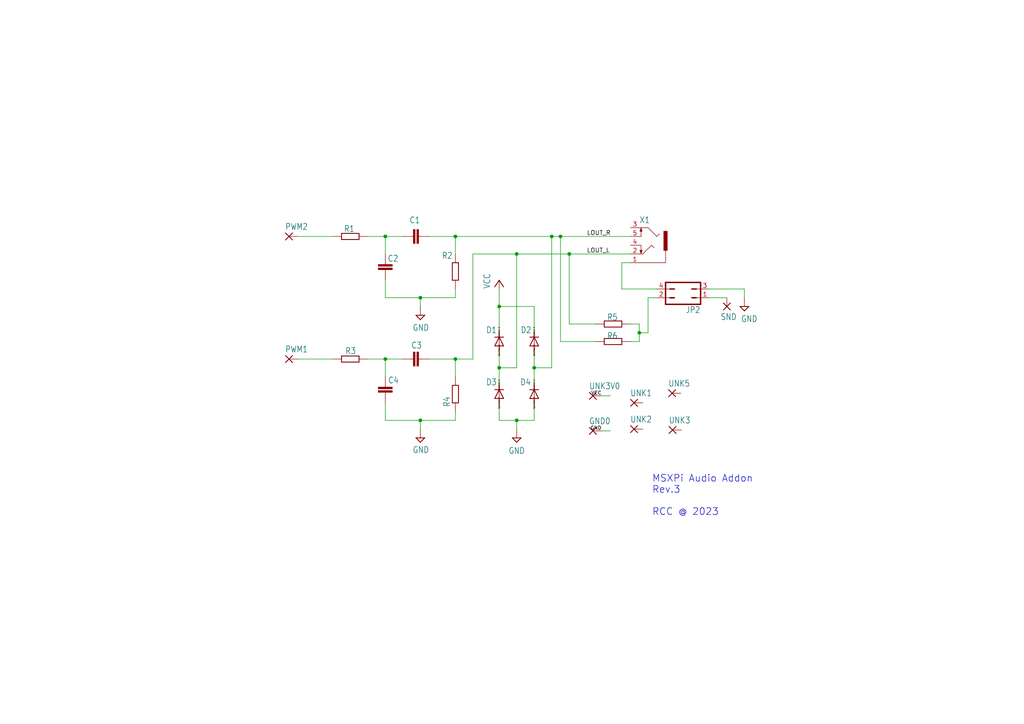
<source format=kicad_sch>
(kicad_sch (version 20211123) (generator eeschema)
  (paper "A4")
  (lib_symbols
    (symbol "MSXPi_Audio-eagle-import:1503_09"
      (property "Reference" "X" (at -2.54 6.35 0))
      (property "Value" "1503_09" (at -2.54 -7.62 0))
      (symbol "1503_09_1_0"
        (polyline (pts (xy -2.54 -5.08) (xy 5.08 -5.08)) (stroke (width 0.1524)))
        (polyline (pts (xy -2.54 -2.54) (xy -1.524 -2.54)) (stroke (width 0.1524)))
        (polyline (pts (xy -2.54 0) (xy -2.032 0)) (stroke (width 0.1524)))
        (polyline (pts (xy -2.54 2.54) (xy -2.032 2.54)) (stroke (width 0.1524)))
        (polyline (pts (xy -2.54 5.08) (xy 0 5.08)) (stroke (width 0.1524)))
        (polyline (pts (xy -2.286 -1.524) (xy -1.778 -1.524)) (stroke (width 0.254)))
        (polyline (pts (xy -2.286 4.064) (xy -1.778 4.064)) (stroke (width 0.254)))
        (polyline (pts (xy -2.032 -2.286) (xy -2.286 -1.524)) (stroke (width 0.254)))
        (polyline (pts (xy -2.032 0) (xy -2.032 -2.286)) (stroke (width 0.1524)))
        (polyline (pts (xy -2.032 2.54) (xy -2.032 4.826)) (stroke (width 0.1524)))
        (polyline (pts (xy -2.032 4.826) (xy -2.286 4.064)) (stroke (width 0.254)))
        (polyline (pts (xy -1.778 -1.524) (xy -2.032 -2.286)) (stroke (width 0.254)))
        (polyline (pts (xy -1.778 4.064) (xy -2.032 4.826)) (stroke (width 0.254)))
        (polyline (pts (xy -1.524 -2.54) (xy 1.016 0)) (stroke (width 0.1524)))
        (polyline (pts (xy 0 5.08) (xy 2.54 2.54)) (stroke (width 0.1524)))
        (polyline (pts (xy 1.016 0) (xy 1.778 -0.762)) (stroke (width 0.1524)))
        (polyline (pts (xy 2.54 2.54) (xy 3.302 3.302)) (stroke (width 0.1524)))
        (polyline (pts (xy 5.08 -5.08) (xy 5.08 -1.524)) (stroke (width 0.1524)))
        (rectangle (start 4.572 4.064) (end 5.588 -1.524) (fill (type outline)))
        (pin passive line (at -5.08 -5.08 0) (length 2.54) (name "1") (number "1"))
        (pin passive line (at -5.08 -2.54 0) (length 2.54) (name "2") (number "2"))
        (pin passive line (at -5.08 5.08 0) (length 2.54) (name "3") (number "3"))
        (pin passive line (at -5.08 0 0) (length 2.54) (name "4") (number "4"))
        (pin passive line (at -5.08 2.54 0) (length 2.54) (name "5") (number "5"))
      )
    )
    (symbol "MSXPi_Audio-eagle-import:1N4148DO35-10"
      (property "Reference" "D" (at 2.54 0.4826 0))
      (property "Value" "1N4148DO35-10" (at 2.54 -2.3114 0))
      (symbol "1N4148DO35-10_1_0"
        (polyline (pts (xy -1.27 -1.27) (xy 1.27 0)) (stroke (width 0.254)))
        (polyline (pts (xy -1.27 1.27) (xy -1.27 -1.27)) (stroke (width 0.254)))
        (polyline (pts (xy 1.27 0) (xy -1.27 1.27)) (stroke (width 0.254)))
        (polyline (pts (xy 1.27 0) (xy 1.27 -1.27)) (stroke (width 0.254)))
        (polyline (pts (xy 1.27 1.27) (xy 1.27 0)) (stroke (width 0.254)))
        (text "SpiceOrder 1" (at -2.54 0 0) (effects (font (size 0.4064 0.3454))))
        (text "SpiceOrder 2" (at 2.54 0 0) (effects (font (size 0.4064 0.3454))))
        (pin passive line (at -2.54 0 0) (length 2.54) (name "A") (number "A"))
        (pin passive line (at 2.54 0 180) (length 2.54) (name "C") (number "C"))
      )
    )
    (symbol "MSXPi_Audio-eagle-import:2,15{slash}1,0"
      (property "Reference" "PAD" (at -1.143 1.8542 0))
      (property "Value" "2,15{slash}1,0" (at -1.143 -3.302 0))
      (symbol "2,15{slash}1,0_1_0"
        (polyline (pts (xy -1.016 -1.016) (xy 1.016 1.016)) (stroke (width 0.254)))
        (polyline (pts (xy -1.016 1.016) (xy 1.016 -1.016)) (stroke (width 0.254)))
        (pin passive line (at 2.54 0 180) (length 2.54) (name "P") (number "1"))
      )
    )
    (symbol "MSXPi_Audio-eagle-import:C-EU025-025X050"
      (property "Reference" "C" (at 1.524 0.381 0))
      (property "Value" "C-EU025-025X050" (at 1.524 -4.699 0))
      (symbol "C-EU025-025X050_1_0"
        (rectangle (start -2.032 -2.032) (end 2.032 -1.524) (fill (type outline)))
        (rectangle (start -2.032 -1.016) (end 2.032 -0.508) (fill (type outline)))
        (polyline (pts (xy 0 -2.54) (xy 0 -2.032)) (stroke (width 0.1524)))
        (polyline (pts (xy 0 0) (xy 0 -0.508)) (stroke (width 0.1524)))
        (pin passive line (at 0 2.54 270) (length 2.54) (name "1") (number "1"))
        (pin passive line (at 0 -5.08 90) (length 2.54) (name "2") (number "2"))
      )
    )
    (symbol "MSXPi_Audio-eagle-import:GND" (power)
      (property "Value" "GND" (at -1.905 -3.175 0))
      (symbol "GND_1_0"
        (polyline (pts (xy -1.27 0) (xy 1.27 0)) (stroke (width 0.254)))
        (polyline (pts (xy 0 -1.27) (xy -1.27 0)) (stroke (width 0.254)))
        (polyline (pts (xy 1.27 0) (xy 0 -1.27)) (stroke (width 0.254)))
        (pin power_in line (at 0 2.54 270) (length 2.54) (name "GND") (number "1"))
      )
    )
    (symbol "MSXPi_Audio-eagle-import:JP2Q"
      (property "Reference" "JP" (at -2.54 -5.08 90))
      (property "Value" "JP2Q" (at 6.985 -5.08 90))
      (symbol "JP2Q_1_0"
        (polyline (pts (xy -1.905 -5.08) (xy -1.905 5.08)) (stroke (width 0.4064)))
        (polyline (pts (xy -1.905 5.08) (xy 4.445 5.08)) (stroke (width 0.4064)))
        (polyline (pts (xy 0 -3.81) (xy 0 -5.08)) (stroke (width 0.1524)))
        (polyline (pts (xy 0 -2.54) (xy 0 -3.81)) (stroke (width 0.4064)))
        (polyline (pts (xy 0 2.54) (xy 0 3.81)) (stroke (width 0.4064)))
        (polyline (pts (xy 0 3.81) (xy 0 5.08)) (stroke (width 0.1524)))
        (polyline (pts (xy 2.54 -3.81) (xy 2.54 -5.08)) (stroke (width 0.1524)))
        (polyline (pts (xy 2.54 -2.54) (xy 2.54 -3.81)) (stroke (width 0.4064)))
        (polyline (pts (xy 2.54 2.54) (xy 2.54 3.81)) (stroke (width 0.4064)))
        (polyline (pts (xy 2.54 3.81) (xy 2.54 5.08)) (stroke (width 0.1524)))
        (polyline (pts (xy 4.445 -5.08) (xy -1.905 -5.08)) (stroke (width 0.4064)))
        (polyline (pts (xy 4.445 5.08) (xy 4.445 -5.08)) (stroke (width 0.4064)))
        (pin passive line (at 0 -7.62 90) (length 2.54) (name "1") (number "1"))
        (pin passive line (at 0 7.62 270) (length 2.54) (name "2") (number "2"))
        (pin passive line (at 2.54 -7.62 90) (length 2.54) (name "3") (number "3"))
        (pin passive line (at 2.54 7.62 270) (length 2.54) (name "4") (number "4"))
      )
    )
    (symbol "MSXPi_Audio-eagle-import:R-EU_0207{slash}10"
      (property "Reference" "R" (at -3.81 1.4986 0))
      (property "Value" "R-EU_0207{slash}10" (at -3.81 -3.302 0))
      (symbol "R-EU_0207{slash}10_1_0"
        (polyline (pts (xy -2.54 -0.889) (xy -2.54 0.889)) (stroke (width 0.254)))
        (polyline (pts (xy -2.54 -0.889) (xy 2.54 -0.889)) (stroke (width 0.254)))
        (polyline (pts (xy 2.54 -0.889) (xy 2.54 0.889)) (stroke (width 0.254)))
        (polyline (pts (xy 2.54 0.889) (xy -2.54 0.889)) (stroke (width 0.254)))
        (pin passive line (at -5.08 0 0) (length 2.54) (name "1") (number "1"))
        (pin passive line (at 5.08 0 180) (length 2.54) (name "2") (number "2"))
      )
    )
    (symbol "MSXPi_Audio-eagle-import:VCC" (power)
      (property "Value" "VCC" (at -2.54 -2.54 90))
      (symbol "VCC_1_0"
        (polyline (pts (xy 0 0) (xy -1.27 -1.905)) (stroke (width 0.254)))
        (polyline (pts (xy 1.27 -1.905) (xy 0 0)) (stroke (width 0.254)))
        (pin power_in line (at 0 -2.54 90) (length 2.54) (name "VCC") (number "1"))
      )
    )
  )
  (junction (at 132.08 68.58))
  (junction (at 132.08 104.14))
  (junction (at 154.94 106.68))
  (junction (at 160.02 68.58))
  (junction (at 111.76 68.58))
  (junction (at 185.42 96.52))
  (junction (at 144.78 88.9))
  (junction (at 121.92 86.36))
  (junction (at 162.56 68.58))
  (junction (at 149.86 121.92))
  (junction (at 121.92 121.92))
  (junction (at 165.1 73.66))
  (junction (at 149.86 73.66))
  (junction (at 111.76 104.14))
  (junction (at 144.78 106.68))
  (wire (pts (xy 154.94 106.68) (xy 154.94 101.6)))
  (wire (pts (xy 160.02 68.58) (xy 132.08 68.58)))
  (wire (pts (xy 144.78 121.92) (xy 149.86 121.92)))
  (wire (pts (xy 132.08 83.82) (xy 132.08 86.36)))
  (wire (pts (xy 149.86 124.46) (xy 149.86 121.92)))
  (wire (pts (xy 154.94 88.9) (xy 154.94 96.52)))
  (wire (pts (xy 111.76 121.92) (xy 111.76 116.84)))
  (wire (pts (xy 144.78 106.68) (xy 149.86 106.68)))
  (wire (pts (xy 132.08 73.66) (xy 132.08 68.58)))
  (wire (pts (xy 180.34 76.2) (xy 180.34 83.82)))
  (wire (pts (xy 182.88 93.98) (xy 185.42 93.98)))
  (wire (pts (xy 165.1 73.66) (xy 165.1 93.98)))
  (wire (pts (xy 205.74 86.36) (xy 210.82 86.36)))
  (wire (pts (xy 149.86 73.66) (xy 165.1 73.66)))
  (wire (pts (xy 185.42 99.06) (xy 185.42 96.52)))
  (wire (pts (xy 149.86 106.68) (xy 149.86 73.66)))
  (wire (pts (xy 149.86 121.92) (xy 154.94 121.92)))
  (wire (pts (xy 111.76 73.66) (xy 111.76 68.58)))
  (wire (pts (xy 185.42 96.52) (xy 187.96 96.52)))
  (wire (pts (xy 162.56 99.06) (xy 172.72 99.06)))
  (wire (pts (xy 144.78 96.52) (xy 144.78 88.9)))
  (wire (pts (xy 154.94 111.76) (xy 154.94 106.68)))
  (wire (pts (xy 132.08 109.22) (xy 132.08 104.14)))
  (wire (pts (xy 190.5 86.36) (xy 187.96 86.36)))
  (wire (pts (xy 165.1 73.66) (xy 182.88 73.66)))
  (wire (pts (xy 144.78 106.68) (xy 144.78 101.6)))
  (wire (pts (xy 132.08 121.92) (xy 121.92 121.92)))
  (wire (pts (xy 154.94 121.92) (xy 154.94 116.84)))
  (wire (pts (xy 182.88 76.2) (xy 180.34 76.2)))
  (wire (pts (xy 165.1 93.98) (xy 172.72 93.98)))
  (wire (pts (xy 154.94 106.68) (xy 160.02 106.68)))
  (wire (pts (xy 137.16 104.14) (xy 137.16 73.66)))
  (wire (pts (xy 121.92 124.46) (xy 121.92 121.92)))
  (wire (pts (xy 160.02 106.68) (xy 160.02 68.58)))
  (wire (pts (xy 124.46 68.58) (xy 132.08 68.58)))
  (wire (pts (xy 162.56 68.58) (xy 160.02 68.58)))
  (wire (pts (xy 162.56 68.58) (xy 162.56 99.06)))
  (wire (pts (xy 121.92 121.92) (xy 111.76 121.92)))
  (wire (pts (xy 215.9 83.82) (xy 215.9 86.36)))
  (wire (pts (xy 144.78 111.76) (xy 144.78 106.68)))
  (wire (pts (xy 111.76 86.36) (xy 111.76 81.28)))
  (wire (pts (xy 144.78 83.82) (xy 144.78 88.9)))
  (wire (pts (xy 121.92 88.9) (xy 121.92 86.36)))
  (wire (pts (xy 137.16 73.66) (xy 149.86 73.66)))
  (wire (pts (xy 111.76 109.22) (xy 111.76 104.14)))
  (wire (pts (xy 86.36 104.14) (xy 96.52 104.14)))
  (wire (pts (xy 111.76 104.14) (xy 116.84 104.14)))
  (wire (pts (xy 144.78 116.84) (xy 144.78 121.92)))
  (wire (pts (xy 106.68 68.58) (xy 111.76 68.58)))
  (wire (pts (xy 182.88 68.58) (xy 162.56 68.58)))
  (wire (pts (xy 185.42 96.52) (xy 185.42 93.98)))
  (wire (pts (xy 144.78 88.9) (xy 154.94 88.9)))
  (wire (pts (xy 111.76 68.58) (xy 116.84 68.58)))
  (wire (pts (xy 187.96 96.52) (xy 187.96 86.36)))
  (wire (pts (xy 132.08 86.36) (xy 121.92 86.36)))
  (wire (pts (xy 174.498 114.808) (xy 177.038 114.808)))
  (wire (pts (xy 132.08 119.38) (xy 132.08 121.92)))
  (wire (pts (xy 132.08 104.14) (xy 137.16 104.14)))
  (wire (pts (xy 124.46 104.14) (xy 132.08 104.14)))
  (wire (pts (xy 86.36 68.58) (xy 96.52 68.58)))
  (wire (pts (xy 106.68 104.14) (xy 111.76 104.14)))
  (wire (pts (xy 180.34 83.82) (xy 190.5 83.82)))
  (wire (pts (xy 121.92 86.36) (xy 111.76 86.36)))
  (wire (pts (xy 182.88 99.06) (xy 185.42 99.06)))
  (wire (pts (xy 174.498 124.968) (xy 177.038 124.968)))
  (wire (pts (xy 205.74 83.82) (xy 215.9 83.82)))
  (text "MSXPi Audio Addon\nRev.3\n\nRCC @ 2023" (at 189.103 149.733 0) (effects (font (size 2 2)) (justify left bottom)))
  (label "LOUT_L" (at 170.18 73.66 0) (effects (font (size 1.2446 1.2446))))
  (label "VCC" (at 174.498 114.808 180) (effects (font (size 1.016 1.016))))
  (label "GND" (at 174.498 124.968 180) (effects (font (size 1.016 1.016))))
  (label "LOUT_R" (at 170.18 68.58 0) (effects (font (size 1.2446 1.2446))))
  (symbol (lib_id "MSXPi_Audio-eagle-import:1N4148DO35-10") (at 144.78 99.06 90) (unit 1)
    (property "Reference" "D1" (at 144.145 94.742 90) (effects (font (size 1.778 1.5113)) (justify left bottom)))
    (property "Value" "1N4148DO35-10" (effects hide))
    (property "Footprint" "MSXPi_Audio:DO35-10" (effects hide))
  )
  (symbol (lib_id "MSXPi_Audio-eagle-import:2,15{slash}1,0") (at 183.896 124.46 0) (unit 1)
    (property "Reference" "UNK2" (at 182.753 122.6058 0) (effects (font (size 1.778 1.5113)) (justify left bottom)))
    (property "Value" "2,15{slash}1,0" (effects hide))
    (property "Footprint" "MSXPi_Audio:2,15_1,0" (effects hide))
  )
  (symbol (lib_id "MSXPi_Audio-eagle-import:R-EU_0207{slash}10") (at 101.6 104.14 0) (unit 1)
    (property "Reference" "R3" (at 100.076 102.743 0) (effects (font (size 1.778 1.5113)) (justify left bottom)))
    (property "Value" "R-EU_0207{slash}10" (effects hide))
    (property "Footprint" "MSXPi_Audio:0207_10" (effects hide))
  )
  (symbol (lib_id "MSXPi_Audio-eagle-import:2,15{slash}1,0") (at 171.958 114.808 0) (unit 1)
    (property "Reference" "UNK3V0" (at 170.815 112.9538 0) (effects (font (size 1.778 1.5113)) (justify left bottom)))
    (property "Value" "2,15{slash}1,0" (effects hide))
    (property "Footprint" "MSXPi_Audio:2,15_1,0" (effects hide))
  )
  (symbol (lib_id "MSXPi_Audio-eagle-import:C-EU025-025X050") (at 119.38 68.58 90) (unit 1)
    (property "Reference" "C1" (at 121.92 62.865 90) (effects (font (size 1.778 1.5113)) (justify left bottom)))
    (property "Value" "C-EU025-025X050" (effects hide))
    (property "Footprint" "MSXPi_Audio:C025-025X050" (effects hide))
  )
  (symbol (lib_id "MSXPi_Audio-eagle-import:2,15{slash}1,0") (at 210.82 88.9 90) (unit 1)
    (property "Reference" "SND" (at 213.741 90.932 90) (effects (font (size 1.778 1.5113)) (justify left bottom)))
    (property "Value" "2,15{slash}1,0" (effects hide))
    (property "Footprint" "MSXPi_Audio:2,15_1,0" (effects hide))
  )
  (symbol (lib_id "MSXPi_Audio-eagle-import:1N4148DO35-10") (at 144.78 114.3 90) (unit 1)
    (property "Reference" "D3" (at 144.145 109.855 90) (effects (font (size 1.778 1.5113)) (justify left bottom)))
    (property "Value" "1N4148DO35-10" (effects hide))
    (property "Footprint" "MSXPi_Audio:DO35-10" (effects hide))
  )
  (symbol (lib_id "MSXPi_Audio-eagle-import:JP2Q") (at 198.12 86.36 90) (unit 1)
    (property "Reference" "JP2" (at 203.2 88.9 90) (effects (font (size 1.778 1.5113)) (justify left bottom)))
    (property "Value" "JP2Q" (effects hide))
    (property "Footprint" "MSXPi_Audio:JP2Q" (effects hide))
  )
  (symbol (lib_id "MSXPi_Audio-eagle-import:C-EU025-025X050") (at 119.38 104.14 90) (unit 1)
    (property "Reference" "C3" (at 122.428 99.187 90) (effects (font (size 1.778 1.5113)) (justify left bottom)))
    (property "Value" "C-EU025-025X050" (effects hide))
    (property "Footprint" "MSXPi_Audio:C025-025X050" (effects hide))
  )
  (symbol (lib_id "MSXPi_Audio-eagle-import:GND") (at 215.9 88.9 0) (unit 1)
    (property "Reference" "#SUPPLY2" (effects hide))
    (property "Value" "GND" (at 214.884 93.472 0) (effects (font (size 1.778 1.5113)) (justify left bottom)))
    (property "Footprint" "MSXPi_Audio:" (effects hide))
  )
  (symbol (lib_id "MSXPi_Audio-eagle-import:1503_09") (at 187.96 71.12 0) (unit 1)
    (property "Reference" "X1" (at 185.42 64.77 0) (effects (font (size 1.778 1.5113)) (justify left bottom)))
    (property "Value" "1503_09" (effects hide))
    (property "Footprint" "MSXPi_Audio:1503_09" (effects hide))
  )
  (symbol (lib_id "MSXPi_Audio-eagle-import:R-EU_0207{slash}10") (at 101.6 68.58 0) (unit 1)
    (property "Reference" "R1" (at 99.695 67.31 0) (effects (font (size 1.778 1.5113)) (justify left bottom)))
    (property "Value" "R-EU_0207{slash}10" (effects hide))
    (property "Footprint" "MSXPi_Audio:0207_10" (effects hide))
  )
  (symbol (lib_id "MSXPi_Audio-eagle-import:GND") (at 121.92 127 0) (unit 1)
    (property "Reference" "#SUPPLY3" (effects hide))
    (property "Value" "GND" (at 119.634 131.445 0) (effects (font (size 1.778 1.5113)) (justify left bottom)))
    (property "Footprint" "MSXPi_Audio:" (effects hide))
  )
  (symbol (lib_id "MSXPi_Audio-eagle-import:2,15{slash}1,0") (at 171.958 124.968 0) (unit 1)
    (property "Reference" "GND0" (at 170.815 123.1138 0) (effects (font (size 1.778 1.5113)) (justify left bottom)))
    (property "Value" "2,15{slash}1,0" (effects hide))
    (property "Footprint" "MSXPi_Audio:2,15_1,0" (effects hide))
  )
  (symbol (lib_id "MSXPi_Audio-eagle-import:1N4148DO35-10") (at 154.94 99.06 90) (unit 1)
    (property "Reference" "D2" (at 154.178 94.742 90) (effects (font (size 1.778 1.5113)) (justify left bottom)))
    (property "Value" "1N4148DO35-10" (effects hide))
    (property "Footprint" "MSXPi_Audio:DO35-10" (effects hide))
  )
  (symbol (lib_id "MSXPi_Audio-eagle-import:R-EU_0207{slash}10") (at 177.8 93.98 0) (unit 1)
    (property "Reference" "R5" (at 176.022 92.964 0) (effects (font (size 1.778 1.5113)) (justify left bottom)))
    (property "Value" "R-EU_0207{slash}10" (effects hide))
    (property "Footprint" "MSXPi_Audio:0207_10" (effects hide))
  )
  (symbol (lib_id "MSXPi_Audio-eagle-import:R-EU_0207{slash}10") (at 132.08 78.74 90) (unit 1)
    (property "Reference" "R2" (at 131.318 73.152 90) (effects (font (size 1.778 1.5113)) (justify left bottom)))
    (property "Value" "R-EU_0207{slash}10" (effects hide))
    (property "Footprint" "MSXPi_Audio:0207_10" (effects hide))
  )
  (symbol (lib_id "MSXPi_Audio-eagle-import:2,15{slash}1,0") (at 183.896 116.84 0) (unit 1)
    (property "Reference" "UNK1" (at 182.753 114.9858 0) (effects (font (size 1.778 1.5113)) (justify left bottom)))
    (property "Value" "2,15{slash}1,0" (effects hide))
    (property "Footprint" "MSXPi_Audio:2,15_1,0" (effects hide))
  )
  (symbol (lib_id "MSXPi_Audio-eagle-import:R-EU_0207{slash}10") (at 132.08 114.3 90) (unit 1)
    (property "Reference" "R4" (at 130.5814 118.11 0) (effects (font (size 1.778 1.5113)) (justify left bottom)))
    (property "Value" "R-EU_0207{slash}10" (effects hide))
    (property "Footprint" "MSXPi_Audio:0207_10" (effects hide))
  )
  (symbol (lib_id "MSXPi_Audio-eagle-import:C-EU025-025X050") (at 111.76 76.2 0) (unit 1)
    (property "Reference" "C2" (at 112.395 75.946 0) (effects (font (size 1.778 1.5113)) (justify left bottom)))
    (property "Value" "C-EU025-025X050" (effects hide))
    (property "Footprint" "MSXPi_Audio:C025-025X050" (effects hide))
  )
  (symbol (lib_id "MSXPi_Audio-eagle-import:1N4148DO35-10") (at 154.94 114.3 90) (unit 1)
    (property "Reference" "D4" (at 154.051 109.855 90) (effects (font (size 1.778 1.5113)) (justify left bottom)))
    (property "Value" "1N4148DO35-10" (effects hide))
    (property "Footprint" "MSXPi_Audio:DO35-10" (effects hide))
  )
  (symbol (lib_id "MSXPi_Audio-eagle-import:GND") (at 149.86 127 0) (unit 1)
    (property "Reference" "#SUPPLY4" (effects hide))
    (property "Value" "GND" (at 147.447 131.699 0) (effects (font (size 1.778 1.5113)) (justify left bottom)))
    (property "Footprint" "MSXPi_Audio:" (effects hide))
  )
  (symbol (lib_id "MSXPi_Audio-eagle-import:2,15{slash}1,0") (at 195.072 124.714 0) (unit 1)
    (property "Reference" "UNK3" (at 193.929 122.8598 0) (effects (font (size 1.778 1.5113)) (justify left bottom)))
    (property "Value" "2,15{slash}1,0" (effects hide))
    (property "Footprint" "MSXPi_Audio:2,15_1,0" (effects hide))
  )
  (symbol (lib_id "MSXPi_Audio-eagle-import:VCC") (at 144.78 81.28 0) (unit 1)
    (property "Reference" "#P+1" (effects hide))
    (property "Value" "VCC" (at 142.24 83.82 90) (effects (font (size 1.778 1.5113)) (justify left bottom)))
    (property "Footprint" "MSXPi_Audio:" (effects hide))
  )
  (symbol (lib_id "MSXPi_Audio-eagle-import:C-EU025-025X050") (at 111.76 111.76 0) (unit 1)
    (property "Reference" "C4" (at 112.522 111.252 0) (effects (font (size 1.778 1.5113)) (justify left bottom)))
    (property "Value" "C-EU025-025X050" (effects hide))
    (property "Footprint" "MSXPi_Audio:C025-025X050" (effects hide))
  )
  (symbol (lib_id "MSXPi_Audio-eagle-import:GND") (at 121.92 91.44 0) (unit 1)
    (property "Reference" "#SUPPLY1" (effects hide))
    (property "Value" "GND" (at 119.634 96.012 0) (effects (font (size 1.778 1.5113)) (justify left bottom)))
    (property "Footprint" "MSXPi_Audio:" (effects hide))
  )
  (symbol (lib_id "MSXPi_Audio-eagle-import:2,15{slash}1,0") (at 83.82 104.14 0) (unit 1)
    (property "Reference" "PWM1" (at 82.677 102.2858 0) (effects (font (size 1.778 1.5113)) (justify left bottom)))
    (property "Value" "2,15{slash}1,0" (effects hide))
    (property "Footprint" "MSXPi_Audio:2,15_1,0" (effects hide))
  )
  (symbol (lib_id "MSXPi_Audio-eagle-import:2,15{slash}1,0") (at 83.82 68.58 0) (unit 1)
    (property "Reference" "PWM2" (at 82.677 66.7258 0) (effects (font (size 1.778 1.5113)) (justify left bottom)))
    (property "Value" "2,15{slash}1,0" (effects hide))
    (property "Footprint" "MSXPi_Audio:2,15_1,0" (effects hide))
  )
  (symbol (lib_id "MSXPi_Audio-eagle-import:2,15{slash}1,0") (at 194.945 114.046 0) (unit 1)
    (property "Reference" "UNK5" (at 193.802 112.1918 0) (effects (font (size 1.778 1.5113)) (justify left bottom)))
    (property "Value" "2,15{slash}1,0" (effects hide))
    (property "Footprint" "MSXPi_Audio:2,15_1,0" (effects hide))
  )
  (symbol (lib_id "MSXPi_Audio-eagle-import:R-EU_0207{slash}10") (at 177.8 99.06 0) (unit 1)
    (property "Reference" "R6" (at 176.022 98.425 0) (effects (font (size 1.778 1.5113)) (justify left bottom)))
    (property "Value" "R-EU_0207{slash}10" (effects hide))
    (property "Footprint" "MSXPi_Audio:0207_10" (effects hide))
  )
)
</source>
